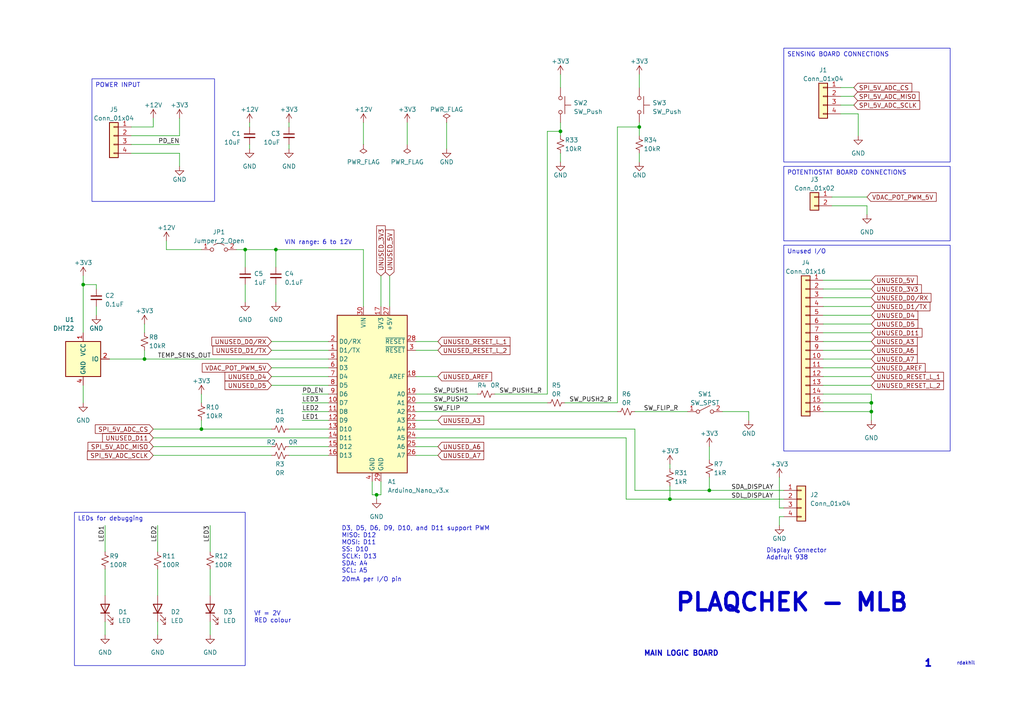
<source format=kicad_sch>
(kicad_sch (version 20230121) (generator eeschema)
  (paper "A4")
  (lib_symbols
    (symbol "Connector_Generic:Conn_01x02" (pin_names (offset 1.016) hide)
      (property "Reference" "J" (at 0 2.54 0))
      (property "Value" "Conn_01x02" (at 0 -5.08 0))
      (symbol "Conn_01x02_1_1"
        (rectangle (start -1.27 -2.413) (end 0 -2.667) (stroke (width 0.1524)))
        (rectangle (start -1.27 0.127) (end 0 -0.127) (stroke (width 0.1524)))
        (rectangle (start -1.27 1.27) (end 1.27 -3.81) (stroke (width 0.254)) (fill (type background)))
        (pin passive line (at -5.08 0 0) (length 3.81) (name "Pin_1") (number "1"))
        (pin passive line (at -5.08 -2.54 0) (length 3.81) (name "Pin_2") (number "2"))
      )
    )
    (symbol "Connector_Generic:Conn_01x04" (pin_names (offset 1.016) hide)
      (property "Reference" "J" (at 0 5.08 0))
      (property "Value" "Conn_01x04" (at 0 -7.62 0))
      (symbol "Conn_01x04_1_1"
        (rectangle (start -1.27 -4.953) (end 0 -5.207) (stroke (width 0.1524)))
        (rectangle (start -1.27 -2.413) (end 0 -2.667) (stroke (width 0.1524)))
        (rectangle (start -1.27 0.127) (end 0 -0.127) (stroke (width 0.1524)))
        (rectangle (start -1.27 2.667) (end 0 2.413) (stroke (width 0.1524)))
        (rectangle (start -1.27 3.81) (end 1.27 -6.35) (stroke (width 0.254)) (fill (type background)))
        (pin passive line (at -5.08 2.54 0) (length 3.81) (name "Pin_1") (number "1"))
        (pin passive line (at -5.08 0 0) (length 3.81) (name "Pin_2") (number "2"))
        (pin passive line (at -5.08 -2.54 0) (length 3.81) (name "Pin_3") (number "3"))
        (pin passive line (at -5.08 -5.08 0) (length 3.81) (name "Pin_4") (number "4"))
      )
    )
    (symbol "Connector_Generic:Conn_01x16" (pin_names (offset 1.016) hide)
      (property "Reference" "J" (at 0 20.32 0))
      (property "Value" "Conn_01x16" (at 0 -22.86 0))
      (symbol "Conn_01x16_1_1"
        (rectangle (start -1.27 -20.193) (end 0 -20.447) (stroke (width 0.1524)))
        (rectangle (start -1.27 -17.653) (end 0 -17.907) (stroke (width 0.1524)))
        (rectangle (start -1.27 -15.113) (end 0 -15.367) (stroke (width 0.1524)))
        (rectangle (start -1.27 -12.573) (end 0 -12.827) (stroke (width 0.1524)))
        (rectangle (start -1.27 -10.033) (end 0 -10.287) (stroke (width 0.1524)))
        (rectangle (start -1.27 -7.493) (end 0 -7.747) (stroke (width 0.1524)))
        (rectangle (start -1.27 -4.953) (end 0 -5.207) (stroke (width 0.1524)))
        (rectangle (start -1.27 -2.413) (end 0 -2.667) (stroke (width 0.1524)))
        (rectangle (start -1.27 0.127) (end 0 -0.127) (stroke (width 0.1524)))
        (rectangle (start -1.27 2.667) (end 0 2.413) (stroke (width 0.1524)))
        (rectangle (start -1.27 5.207) (end 0 4.953) (stroke (width 0.1524)))
        (rectangle (start -1.27 7.747) (end 0 7.493) (stroke (width 0.1524)))
        (rectangle (start -1.27 10.287) (end 0 10.033) (stroke (width 0.1524)))
        (rectangle (start -1.27 12.827) (end 0 12.573) (stroke (width 0.1524)))
        (rectangle (start -1.27 15.367) (end 0 15.113) (stroke (width 0.1524)))
        (rectangle (start -1.27 17.907) (end 0 17.653) (stroke (width 0.1524)))
        (rectangle (start -1.27 19.05) (end 1.27 -21.59) (stroke (width 0.254)) (fill (type background)))
        (pin passive line (at -5.08 17.78 0) (length 3.81) (name "Pin_1") (number "1"))
        (pin passive line (at -5.08 -5.08 0) (length 3.81) (name "Pin_10") (number "10"))
        (pin passive line (at -5.08 -7.62 0) (length 3.81) (name "Pin_11") (number "11"))
        (pin passive line (at -5.08 -10.16 0) (length 3.81) (name "Pin_12") (number "12"))
        (pin passive line (at -5.08 -12.7 0) (length 3.81) (name "Pin_13") (number "13"))
        (pin passive line (at -5.08 -15.24 0) (length 3.81) (name "Pin_14") (number "14"))
        (pin passive line (at -5.08 -17.78 0) (length 3.81) (name "Pin_15") (number "15"))
        (pin passive line (at -5.08 -20.32 0) (length 3.81) (name "Pin_16") (number "16"))
        (pin passive line (at -5.08 15.24 0) (length 3.81) (name "Pin_2") (number "2"))
        (pin passive line (at -5.08 12.7 0) (length 3.81) (name "Pin_3") (number "3"))
        (pin passive line (at -5.08 10.16 0) (length 3.81) (name "Pin_4") (number "4"))
        (pin passive line (at -5.08 7.62 0) (length 3.81) (name "Pin_5") (number "5"))
        (pin passive line (at -5.08 5.08 0) (length 3.81) (name "Pin_6") (number "6"))
        (pin passive line (at -5.08 2.54 0) (length 3.81) (name "Pin_7") (number "7"))
        (pin passive line (at -5.08 0 0) (length 3.81) (name "Pin_8") (number "8"))
        (pin passive line (at -5.08 -2.54 0) (length 3.81) (name "Pin_9") (number "9"))
      )
    )
    (symbol "Device:C_Small" (pin_numbers hide) (pin_names (offset 0.254) hide)
      (property "Reference" "C" (at 0.254 1.778 0))
      (property "Value" "C_Small" (at 0.254 -2.032 0))
      (symbol "C_Small_0_1"
        (polyline (pts (xy -1.524 -0.508) (xy 1.524 -0.508)) (stroke (width 0.3302)))
        (polyline (pts (xy -1.524 0.508) (xy 1.524 0.508)) (stroke (width 0.3048)))
      )
      (symbol "C_Small_1_1"
        (pin passive line (at 0 2.54 270) (length 2.032) (name "~") (number "1"))
        (pin passive line (at 0 -2.54 90) (length 2.032) (name "~") (number "2"))
      )
    )
    (symbol "Device:LED" (pin_numbers hide) (pin_names (offset 1.016) hide)
      (property "Reference" "D" (at 0 2.54 0))
      (property "Value" "LED" (at 0 -2.54 0))
      (symbol "LED_0_1"
        (polyline (pts (xy -1.27 -1.27) (xy -1.27 1.27)) (stroke (width 0.254)))
        (polyline (pts (xy -1.27 0) (xy 1.27 0)))
        (polyline (pts (xy 1.27 -1.27) (xy 1.27 1.27) (xy -1.27 0) (xy 1.27 -1.27)) (stroke (width 0.254)))
        (polyline (pts (xy -3.048 -0.762) (xy -4.572 -2.286) (xy -3.81 -2.286) (xy -4.572 -2.286) (xy -4.572 -1.524)))
        (polyline (pts (xy -1.778 -0.762) (xy -3.302 -2.286) (xy -2.54 -2.286) (xy -3.302 -2.286) (xy -3.302 -1.524)))
      )
      (symbol "LED_1_1"
        (pin passive line (at -3.81 0 0) (length 2.54) (name "K") (number "1"))
        (pin passive line (at 3.81 0 180) (length 2.54) (name "A") (number "2"))
      )
    )
    (symbol "Device:R_Small_US" (pin_numbers hide) (pin_names (offset 0.254) hide)
      (property "Reference" "R" (at 0.762 0.508 0))
      (property "Value" "R_Small_US" (at 0.762 -1.016 0))
      (symbol "R_Small_US_1_1"
        (polyline (pts (xy 0 0) (xy 1.016 -0.381) (xy 0 -0.762) (xy -1.016 -1.143) (xy 0 -1.524)))
        (polyline (pts (xy 0 1.524) (xy 1.016 1.143) (xy 0 0.762) (xy -1.016 0.381) (xy 0 0)))
        (pin passive line (at 0 2.54 270) (length 1.016) (name "~") (number "1"))
        (pin passive line (at 0 -2.54 90) (length 1.016) (name "~") (number "2"))
      )
    )
    (symbol "Jumper:Jumper_2_Open" (pin_names (offset 0) hide)
      (property "Reference" "JP" (at 0 2.794 0))
      (property "Value" "Jumper_2_Open" (at 0 -2.286 0))
      (symbol "Jumper_2_Open_0_0"
        (circle (center -2.032 0) (radius 0.508))
        (circle (center 2.032 0) (radius 0.508))
      )
      (symbol "Jumper_2_Open_0_1"
        (arc (start 1.524 1.27) (mid 0 1.778) (end -1.524 1.27))
      )
      (symbol "Jumper_2_Open_1_1"
        (pin passive line (at -5.08 0 0) (length 2.54) (name "A") (number "1"))
        (pin passive line (at 5.08 0 180) (length 2.54) (name "B") (number "2"))
      )
    )
    (symbol "MCU_Module:Arduino_Nano_v3.x"
      (property "Reference" "A" (at -10.16 23.495 0))
      (property "Value" "Arduino_Nano_v3.x" (at 5.08 -24.13 0))
      (symbol "Arduino_Nano_v3.x_0_1"
        (rectangle (start -10.16 22.86) (end 10.16 -22.86) (stroke (width 0.254)) (fill (type background)))
      )
      (symbol "Arduino_Nano_v3.x_1_1"
        (pin bidirectional line (at -12.7 12.7 0) (length 2.54) (name "D1/TX") (number "1"))
        (pin bidirectional line (at -12.7 -2.54 0) (length 2.54) (name "D7") (number "10"))
        (pin bidirectional line (at -12.7 -5.08 0) (length 2.54) (name "D8") (number "11"))
        (pin bidirectional line (at -12.7 -7.62 0) (length 2.54) (name "D9") (number "12"))
        (pin bidirectional line (at -12.7 -10.16 0) (length 2.54) (name "D10") (number "13"))
        (pin bidirectional line (at -12.7 -12.7 0) (length 2.54) (name "D11") (number "14"))
        (pin bidirectional line (at -12.7 -15.24 0) (length 2.54) (name "D12") (number "15"))
        (pin bidirectional line (at -12.7 -17.78 0) (length 2.54) (name "D13") (number "16"))
        (pin power_out line (at 2.54 25.4 270) (length 2.54) (name "3V3") (number "17"))
        (pin input line (at 12.7 5.08 180) (length 2.54) (name "AREF") (number "18"))
        (pin bidirectional line (at 12.7 0 180) (length 2.54) (name "A0") (number "19"))
        (pin bidirectional line (at -12.7 15.24 0) (length 2.54) (name "D0/RX") (number "2"))
        (pin bidirectional line (at 12.7 -2.54 180) (length 2.54) (name "A1") (number "20"))
        (pin bidirectional line (at 12.7 -5.08 180) (length 2.54) (name "A2") (number "21"))
        (pin bidirectional line (at 12.7 -7.62 180) (length 2.54) (name "A3") (number "22"))
        (pin bidirectional line (at 12.7 -10.16 180) (length 2.54) (name "A4") (number "23"))
        (pin bidirectional line (at 12.7 -12.7 180) (length 2.54) (name "A5") (number "24"))
        (pin bidirectional line (at 12.7 -15.24 180) (length 2.54) (name "A6") (number "25"))
        (pin bidirectional line (at 12.7 -17.78 180) (length 2.54) (name "A7") (number "26"))
        (pin power_out line (at 5.08 25.4 270) (length 2.54) (name "+5V") (number "27"))
        (pin input line (at 12.7 15.24 180) (length 2.54) (name "~{RESET}") (number "28"))
        (pin power_in line (at 2.54 -25.4 90) (length 2.54) (name "GND") (number "29"))
        (pin input line (at 12.7 12.7 180) (length 2.54) (name "~{RESET}") (number "3"))
        (pin power_in line (at -2.54 25.4 270) (length 2.54) (name "VIN") (number "30"))
        (pin power_in line (at 0 -25.4 90) (length 2.54) (name "GND") (number "4"))
        (pin bidirectional line (at -12.7 10.16 0) (length 2.54) (name "D2") (number "5"))
        (pin bidirectional line (at -12.7 7.62 0) (length 2.54) (name "D3") (number "6"))
        (pin bidirectional line (at -12.7 5.08 0) (length 2.54) (name "D4") (number "7"))
        (pin bidirectional line (at -12.7 2.54 0) (length 2.54) (name "D5") (number "8"))
        (pin bidirectional line (at -12.7 0 0) (length 2.54) (name "D6") (number "9"))
      )
    )
    (symbol "Sensor:DHT11"
      (property "Reference" "U" (at -3.81 6.35 0))
      (property "Value" "DHT11" (at 3.81 6.35 0))
      (symbol "DHT11_0_1"
        (rectangle (start -5.08 5.08) (end 5.08 -5.08) (stroke (width 0.254)) (fill (type background)))
      )
      (symbol "DHT11_1_1"
        (pin power_in line (at 0 7.62 270) (length 2.54) (name "VCC") (number "1"))
        (pin bidirectional line (at 7.62 0 180) (length 2.54) (name "IO") (number "2"))
        (pin no_connect line (at -5.08 0 0) (length 2.54) hide (name "NC") (number "3"))
        (pin power_in line (at 0 -7.62 90) (length 2.54) (name "GND") (number "4"))
      )
    )
    (symbol "Switch:SW_Push" (pin_numbers hide) (pin_names (offset 1.016) hide)
      (property "Reference" "SW" (at 1.27 2.54 0))
      (property "Value" "SW_Push" (at 0 -1.524 0))
      (symbol "SW_Push_0_1"
        (circle (center -2.032 0) (radius 0.508))
        (polyline (pts (xy 0 1.27) (xy 0 3.048)))
        (polyline (pts (xy 2.54 1.27) (xy -2.54 1.27)))
        (circle (center 2.032 0) (radius 0.508))
        (pin passive line (at -5.08 0 0) (length 2.54) (name "1") (number "1"))
        (pin passive line (at 5.08 0 180) (length 2.54) (name "2") (number "2"))
      )
    )
    (symbol "Switch:SW_SPST" (pin_names (offset 0) hide)
      (property "Reference" "SW" (at 0 3.175 0))
      (property "Value" "SW_SPST" (at 0 -2.54 0))
      (symbol "SW_SPST_0_0"
        (circle (center -2.032 0) (radius 0.508))
        (polyline (pts (xy -1.524 0.254) (xy 1.524 1.778)))
        (circle (center 2.032 0) (radius 0.508))
      )
      (symbol "SW_SPST_1_1"
        (pin passive line (at -5.08 0 0) (length 2.54) (name "A") (number "1"))
        (pin passive line (at 5.08 0 180) (length 2.54) (name "B") (number "2"))
      )
    )
    (symbol "power:+12V" (power) (pin_names (offset 0))
      (property "Value" "+12V" (at 0 3.556 0))
      (symbol "+12V_0_1"
        (polyline (pts (xy -0.762 1.27) (xy 0 2.54)))
        (polyline (pts (xy 0 0) (xy 0 2.54)))
        (polyline (pts (xy 0 2.54) (xy 0.762 1.27)))
      )
      (symbol "+12V_1_1"
        (pin power_in line (at 0 0 90) (length 0) hide (name "+12V") (number "1"))
      )
    )
    (symbol "power:+3V3" (power) (pin_names (offset 0))
      (property "Value" "+3V3" (at 0 3.556 0))
      (symbol "+3V3_0_1"
        (polyline (pts (xy -0.762 1.27) (xy 0 2.54)))
        (polyline (pts (xy 0 0) (xy 0 2.54)))
        (polyline (pts (xy 0 2.54) (xy 0.762 1.27)))
      )
      (symbol "+3V3_1_1"
        (pin power_in line (at 0 0 90) (length 0) hide (name "+3V3") (number "1"))
      )
    )
    (symbol "power:GND" (power) (pin_names (offset 0))
      (property "Value" "GND" (at 0 -3.81 0))
      (symbol "GND_0_1"
        (polyline (pts (xy 0 0) (xy 0 -1.27) (xy 1.27 -1.27) (xy 0 -2.54) (xy -1.27 -1.27) (xy 0 -1.27)))
      )
      (symbol "GND_1_1"
        (pin power_in line (at 0 0 270) (length 0) hide (name "GND") (number "1"))
      )
    )
    (symbol "power:PWR_FLAG" (power) (pin_numbers hide) (pin_names (offset 0) hide)
      (property "Value" "PWR_FLAG" (at 0 3.81 0))
      (symbol "PWR_FLAG_0_0"
        (pin power_out line (at 0 0 90) (length 0) (name "pwr") (number "1"))
      )
      (symbol "PWR_FLAG_0_1"
        (polyline (pts (xy 0 0) (xy 0 1.27) (xy -1.016 1.905) (xy 0 2.54) (xy 1.016 1.905) (xy 0 1.27)))
      )
    )
  )
  (junction (at 185.42 36.83))
  (junction (at 205.74 142.24))
  (junction (at 41.91 104.14))
  (junction (at 194.31 144.78))
  (junction (at 252.73 119.38))
  (junction (at 109.22 143.51))
  (junction (at 252.73 116.84))
  (junction (at 162.56 38.1))
  (junction (at 24.13 82.55))
  (junction (at 71.12 72.39))
  (junction (at 58.42 124.46))
  (junction (at 80.01 72.39))
  (wire (pts (xy 60.96 180.34) (xy 60.96 184.15)))
  (wire (pts (xy 30.48 152.4) (xy 30.48 160.02)))
  (wire (pts (xy 45.72 165.1) (xy 45.72 172.72)))
  (wire (pts (xy 158.75 38.1) (xy 158.75 114.3)))
  (wire (pts (xy 38.1 36.83) (xy 44.45 36.83)))
  (wire (pts (xy 241.3 59.69) (xy 251.46 59.69)))
  (wire (pts (xy 87.63 116.84) (xy 95.25 116.84)))
  (wire (pts (xy 243.84 25.4) (xy 247.65 25.4)))
  (wire (pts (xy 52.07 44.45) (xy 52.07 48.26)))
  (wire (pts (xy 238.76 101.6) (xy 252.73 101.6)))
  (wire (pts (xy 238.76 86.36) (xy 252.73 86.36)))
  (wire (pts (xy 105.41 72.39) (xy 105.41 88.9)))
  (wire (pts (xy 83.82 124.46) (xy 95.25 124.46)))
  (wire (pts (xy 58.42 121.92) (xy 58.42 124.46)))
  (wire (pts (xy 217.17 119.38) (xy 217.17 121.92)))
  (wire (pts (xy 45.72 152.4) (xy 45.72 160.02)))
  (wire (pts (xy 238.76 83.82) (xy 252.73 83.82)))
  (wire (pts (xy 238.76 116.84) (xy 252.73 116.84)))
  (wire (pts (xy 52.07 34.29) (xy 52.07 39.37)))
  (wire (pts (xy 87.63 114.3) (xy 95.25 114.3)))
  (wire (pts (xy 194.31 134.62) (xy 194.31 135.89)))
  (wire (pts (xy 38.1 41.91) (xy 52.07 41.91)))
  (wire (pts (xy 107.95 143.51) (xy 109.22 143.51)))
  (wire (pts (xy 248.92 33.02) (xy 248.92 39.37)))
  (wire (pts (xy 83.82 35.56) (xy 83.82 36.83)))
  (wire (pts (xy 185.42 35.56) (xy 185.42 36.83)))
  (wire (pts (xy 209.55 119.38) (xy 217.17 119.38)))
  (wire (pts (xy 27.94 83.82) (xy 27.94 82.55)))
  (wire (pts (xy 238.76 88.9) (xy 252.73 88.9)))
  (wire (pts (xy 71.12 72.39) (xy 80.01 72.39)))
  (wire (pts (xy 194.31 140.97) (xy 194.31 144.78)))
  (wire (pts (xy 24.13 82.55) (xy 24.13 96.52)))
  (wire (pts (xy 238.76 81.28) (xy 252.73 81.28)))
  (wire (pts (xy 107.95 139.7) (xy 107.95 143.51)))
  (wire (pts (xy 226.06 149.86) (xy 226.06 152.4)))
  (wire (pts (xy 44.45 124.46) (xy 58.42 124.46)))
  (wire (pts (xy 205.74 129.54) (xy 205.74 133.35)))
  (wire (pts (xy 80.01 72.39) (xy 80.01 77.47)))
  (wire (pts (xy 24.13 80.01) (xy 24.13 82.55)))
  (wire (pts (xy 205.74 142.24) (xy 227.33 142.24)))
  (wire (pts (xy 87.63 119.38) (xy 95.25 119.38)))
  (wire (pts (xy 83.82 132.08) (xy 95.25 132.08)))
  (wire (pts (xy 252.73 114.3) (xy 252.73 116.84)))
  (wire (pts (xy 72.39 41.91) (xy 72.39 43.18)))
  (wire (pts (xy 38.1 44.45) (xy 52.07 44.45)))
  (wire (pts (xy 205.74 138.43) (xy 205.74 142.24)))
  (wire (pts (xy 109.22 143.51) (xy 110.49 143.51)))
  (wire (pts (xy 60.96 152.4) (xy 60.96 160.02)))
  (wire (pts (xy 185.42 21.59) (xy 185.42 25.4)))
  (wire (pts (xy 227.33 149.86) (xy 226.06 149.86)))
  (wire (pts (xy 227.33 147.32) (xy 226.06 147.32)))
  (wire (pts (xy 41.91 104.14) (xy 31.75 104.14)))
  (wire (pts (xy 105.41 35.56) (xy 105.41 41.91)))
  (wire (pts (xy 58.42 124.46) (xy 78.74 124.46)))
  (wire (pts (xy 52.07 39.37) (xy 38.1 39.37)))
  (wire (pts (xy 185.42 36.83) (xy 185.42 39.37)))
  (wire (pts (xy 83.82 41.91) (xy 83.82 43.18)))
  (wire (pts (xy 120.65 127) (xy 181.61 127)))
  (wire (pts (xy 41.91 93.98) (xy 41.91 96.52)))
  (wire (pts (xy 184.15 142.24) (xy 184.15 124.46)))
  (wire (pts (xy 24.13 111.76) (xy 24.13 116.84)))
  (wire (pts (xy 181.61 144.78) (xy 194.31 144.78)))
  (wire (pts (xy 184.15 142.24) (xy 205.74 142.24)))
  (wire (pts (xy 185.42 44.45) (xy 185.42 46.99)))
  (wire (pts (xy 184.15 119.38) (xy 199.39 119.38)))
  (wire (pts (xy 252.73 116.84) (xy 252.73 119.38)))
  (wire (pts (xy 120.65 101.6) (xy 127 101.6)))
  (wire (pts (xy 44.45 132.08) (xy 78.74 132.08)))
  (wire (pts (xy 185.42 36.83) (xy 179.07 36.83)))
  (wire (pts (xy 71.12 72.39) (xy 71.12 77.47)))
  (wire (pts (xy 83.82 129.54) (xy 95.25 129.54)))
  (wire (pts (xy 87.63 121.92) (xy 95.25 121.92)))
  (wire (pts (xy 163.83 116.84) (xy 179.07 116.84)))
  (wire (pts (xy 238.76 93.98) (xy 252.73 93.98)))
  (wire (pts (xy 68.58 72.39) (xy 71.12 72.39)))
  (wire (pts (xy 71.12 82.55) (xy 71.12 87.63)))
  (wire (pts (xy 118.11 35.56) (xy 118.11 41.91)))
  (wire (pts (xy 109.22 144.78) (xy 109.22 143.51)))
  (wire (pts (xy 120.65 116.84) (xy 158.75 116.84)))
  (wire (pts (xy 120.65 99.06) (xy 127 99.06)))
  (wire (pts (xy 30.48 165.1) (xy 30.48 172.72)))
  (wire (pts (xy 252.73 119.38) (xy 252.73 121.92)))
  (wire (pts (xy 194.31 144.78) (xy 227.33 144.78)))
  (wire (pts (xy 238.76 104.14) (xy 252.73 104.14)))
  (wire (pts (xy 238.76 106.68) (xy 252.73 106.68)))
  (wire (pts (xy 27.94 88.9) (xy 27.94 91.44)))
  (wire (pts (xy 238.76 99.06) (xy 252.73 99.06)))
  (wire (pts (xy 30.48 180.34) (xy 30.48 184.15)))
  (wire (pts (xy 110.49 80.01) (xy 110.49 88.9)))
  (wire (pts (xy 120.65 121.92) (xy 127 121.92)))
  (wire (pts (xy 113.03 80.01) (xy 113.03 88.9)))
  (wire (pts (xy 44.45 129.54) (xy 78.74 129.54)))
  (wire (pts (xy 78.74 109.22) (xy 95.25 109.22)))
  (wire (pts (xy 179.07 36.83) (xy 179.07 116.84)))
  (wire (pts (xy 72.39 35.56) (xy 72.39 36.83)))
  (wire (pts (xy 80.01 82.55) (xy 80.01 87.63)))
  (wire (pts (xy 78.74 111.76) (xy 95.25 111.76)))
  (wire (pts (xy 162.56 38.1) (xy 162.56 39.37)))
  (wire (pts (xy 41.91 101.6) (xy 41.91 104.14)))
  (wire (pts (xy 162.56 21.59) (xy 162.56 25.4)))
  (wire (pts (xy 44.45 127) (xy 95.25 127)))
  (wire (pts (xy 238.76 119.38) (xy 252.73 119.38)))
  (wire (pts (xy 238.76 114.3) (xy 252.73 114.3)))
  (wire (pts (xy 238.76 111.76) (xy 252.73 111.76)))
  (wire (pts (xy 24.13 82.55) (xy 27.94 82.55)))
  (wire (pts (xy 181.61 144.78) (xy 181.61 127)))
  (wire (pts (xy 78.74 101.6) (xy 95.25 101.6)))
  (wire (pts (xy 158.75 38.1) (xy 162.56 38.1)))
  (wire (pts (xy 78.74 99.06) (xy 95.25 99.06)))
  (wire (pts (xy 129.54 35.56) (xy 129.54 43.18)))
  (wire (pts (xy 243.84 33.02) (xy 248.92 33.02)))
  (wire (pts (xy 48.26 69.85) (xy 48.26 72.39)))
  (wire (pts (xy 226.06 138.43) (xy 226.06 147.32)))
  (wire (pts (xy 238.76 109.22) (xy 252.73 109.22)))
  (wire (pts (xy 80.01 72.39) (xy 105.41 72.39)))
  (wire (pts (xy 143.51 114.3) (xy 158.75 114.3)))
  (wire (pts (xy 162.56 35.56) (xy 162.56 38.1)))
  (wire (pts (xy 251.46 59.69) (xy 251.46 62.23)))
  (wire (pts (xy 243.84 27.94) (xy 247.65 27.94)))
  (wire (pts (xy 45.72 180.34) (xy 45.72 184.15)))
  (wire (pts (xy 241.3 57.15) (xy 251.46 57.15)))
  (wire (pts (xy 120.65 129.54) (xy 127 129.54)))
  (wire (pts (xy 58.42 114.3) (xy 58.42 116.84)))
  (wire (pts (xy 120.65 109.22) (xy 127 109.22)))
  (wire (pts (xy 243.84 30.48) (xy 247.65 30.48)))
  (wire (pts (xy 238.76 91.44) (xy 252.73 91.44)))
  (wire (pts (xy 58.42 72.39) (xy 48.26 72.39)))
  (wire (pts (xy 110.49 139.7) (xy 110.49 143.51)))
  (wire (pts (xy 162.56 44.45) (xy 162.56 46.99)))
  (wire (pts (xy 238.76 96.52) (xy 252.73 96.52)))
  (wire (pts (xy 120.65 114.3) (xy 138.43 114.3)))
  (wire (pts (xy 95.25 104.14) (xy 41.91 104.14)))
  (wire (pts (xy 179.07 119.38) (xy 120.65 119.38)))
  (wire (pts (xy 78.74 106.68) (xy 95.25 106.68)))
  (wire (pts (xy 120.65 124.46) (xy 184.15 124.46)))
  (wire (pts (xy 120.65 132.08) (xy 127 132.08)))
  (wire (pts (xy 60.96 165.1) (xy 60.96 172.72)))
  (wire (pts (xy 44.45 34.29) (xy 44.45 36.83)))
  (text_box "Unused I/O\n" (at 227.33 71.12 0) (size 48.26 59.69) (effects (font (size 1.27 1.27)) (justify left top)))
  (text_box "POWER INPUT\n" (at 26.67 22.86 0) (size 35.56 35.56) (effects (font (size 1.27 1.27)) (justify left top)))
  (text_box "POTENTIOSTAT BOARD CONNECTIONS\n" (at 227.33 48.26 0) (size 48.26 21.59) (effects (font (size 1.27 1.27)) (justify left top)))
  (text_box "LEDs for debugging" (at 21.59 148.59 0) (size 49.53 44.45) (effects (font (size 1.27 1.27)) (justify left top)))
  (text_box "SENSING BOARD CONNECTIONS\n" (at 227.33 13.97 0) (size 48.26 33.02) (effects (font (size 1.27 1.27)) (justify left top)))
  (text "1" (at 267.97 193.675 0) (effects (font (size 2 2) (thickness 1) bold) (justify left bottom)))
  (text "rdakhil" (at 277.495 193.04 0) (effects (font (size 1 1)) (justify left bottom)))
  (text "PLAQCHEK - MLB" (at 195.58 177.8 0) (effects (font (size 5 5) (thickness 1) bold) (justify left bottom)))
  (text "20mA per I/O pin\n" (at 99.06 168.91 0) (effects (font (size 1.27 1.27)) (justify left bottom)))
  (text "MAIN LOGIC BOARD\n" (at 186.69 190.5 0) (effects (font (size 1.5 1.5) (thickness 0.3) bold) (justify left bottom)))
  (text "Display Connector\nAdafruit 938" (at 222.25 162.56 0) (effects (font (size 1.27 1.27)) (justify left bottom)))
  (text "D3, D5, D6, D9, D10, and D11 support PWM\nMISO: D12\nMOSI: D11\nSS: D10\nSCLK: D13\nSDA: A4\nSCL: A5" (at 99.06 166.37 0) (effects (font (size 1.27 1.27)) (justify left bottom)))
  (text "Vf = 2V\nRED colour\n\n" (at 73.66 182.88 0) (effects (font (size 1.27 1.27)) (justify left bottom)))
  (text "VIN range: 6 to 12V" (at 82.55 71.12 0) (effects (font (size 1.27 1.27)) (justify left bottom)))
  (label "PD_EN" (at 52.07 41.91 180))
  (label "SDL_DISPLAY" (at 212.09 144.78 0))
  (label "TEMP_SENS_OUT" (at 45.72 104.14 0))
  (label "SW_PUSH1_R" (at 144.78 114.3 0))
  (label "SDA_DISPLAY" (at 212.09 142.24 0))
  (label "SW_PUSH2_R" (at 165.1 116.84 0))
  (label "SW_PUSH1" (at 135.89 114.3 180))
  (label "LED2" (at 87.63 119.38 0))
  (label "LED3" (at 87.63 116.84 0))
  (label "SW_FLIP_R" (at 186.69 119.38 0))
  (label "LED3" (at 60.96 152.4 270))
  (label "LED2" (at 45.72 152.4 270))
  (label "PD_EN" (at 87.63 114.3 0))
  (label "LED1" (at 87.63 121.92 0))
  (label "SW_PUSH2" (at 125.73 116.84 0))
  (label "SW_FLIP" (at 125.73 119.38 0))
  (label "LED1" (at 30.48 152.4 270))
  (global_label "SPI_5V_ADC_MISO" (shape input) (at 44.45 129.54 180) (property "Intersheetrefs" "${INTERSHEET_REFS}" (effects hide)))
  (global_label "SPI_5V_ADC_MISO" (shape input) (at 247.65 27.94 0) (property "Intersheetrefs" "${INTERSHEET_REFS}" (effects hide)))
  (global_label "UNUSED_3V3" (shape input) (at 252.73 83.82 0) (property "Intersheetrefs" "${INTERSHEET_REFS}" (effects hide)))
  (global_label "VDAC_POT_PWM_5V" (shape input) (at 251.46 57.15 0) (property "Intersheetrefs" "${INTERSHEET_REFS}" (effects hide)))
  (global_label "UNUSED_A3" (shape input) (at 127 121.92 0) (property "Intersheetrefs" "${INTERSHEET_REFS}" (effects hide)))
  (global_label "UNUSED_RESET_L_2" (shape input) (at 127 101.6 0) (property "Intersheetrefs" "${INTERSHEET_REFS}" (effects hide)))
  (global_label "UNUSED_5V" (shape input) (at 113.03 80.01 90) (property "Intersheetrefs" "${INTERSHEET_REFS}" (effects hide)))
  (global_label "UNUSED_A6" (shape input) (at 127 129.54 0) (property "Intersheetrefs" "${INTERSHEET_REFS}" (effects hide)))
  (global_label "UNUSED_D11" (shape input) (at 44.45 127 180) (property "Intersheetrefs" "${INTERSHEET_REFS}" (effects hide)))
  (global_label "VDAC_POT_PWM_5V" (shape input) (at 78.74 106.68 180) (property "Intersheetrefs" "${INTERSHEET_REFS}" (effects hide)))
  (global_label "UNUSED_D5" (shape input) (at 78.74 111.76 180) (property "Intersheetrefs" "${INTERSHEET_REFS}" (effects hide)))
  (global_label "UNUSED_RESET_L_2" (shape input) (at 252.73 111.76 0) (property "Intersheetrefs" "${INTERSHEET_REFS}" (effects hide)))
  (global_label "UNUSED_D4" (shape input) (at 252.73 91.44 0) (property "Intersheetrefs" "${INTERSHEET_REFS}" (effects hide)))
  (global_label "UNUSED_D1{slash}TX" (shape input) (at 252.73 88.9 0) (property "Intersheetrefs" "${INTERSHEET_REFS}" (effects hide)))
  (global_label "UNUSED_D1{slash}TX" (shape input) (at 78.74 101.6 180) (property "Intersheetrefs" "${INTERSHEET_REFS}" (effects hide)))
  (global_label "UNUSED_RESET_L_1" (shape input) (at 127 99.06 0) (property "Intersheetrefs" "${INTERSHEET_REFS}" (effects hide)))
  (global_label "UNUSED_A7" (shape input) (at 252.73 104.14 0) (property "Intersheetrefs" "${INTERSHEET_REFS}" (effects hide)))
  (global_label "UNUSED_5V" (shape input) (at 252.73 81.28 0) (property "Intersheetrefs" "${INTERSHEET_REFS}" (effects hide)))
  (global_label "UNUSED_RESET_L_1" (shape input) (at 252.73 109.22 0) (property "Intersheetrefs" "${INTERSHEET_REFS}" (effects hide)))
  (global_label "UNUSED_AREF" (shape input) (at 252.73 106.68 0) (property "Intersheetrefs" "${INTERSHEET_REFS}" (effects hide)))
  (global_label "UNUSED_D11" (shape input) (at 252.73 96.52 0) (property "Intersheetrefs" "${INTERSHEET_REFS}" (effects hide)))
  (global_label "SPI_5V_ADC_SCLK" (shape input) (at 247.65 30.48 0) (property "Intersheetrefs" "${INTERSHEET_REFS}" (effects hide)))
  (global_label "UNUSED_A6" (shape input) (at 252.73 101.6 0) (property "Intersheetrefs" "${INTERSHEET_REFS}" (effects hide)))
  (global_label "UNUSED_D0{slash}RX" (shape input) (at 252.73 86.36 0) (property "Intersheetrefs" "${INTERSHEET_REFS}" (effects hide)))
  (global_label "UNUSED_3V3" (shape input) (at 110.49 80.01 90) (property "Intersheetrefs" "${INTERSHEET_REFS}" (effects hide)))
  (global_label "UNUSED_A7" (shape input) (at 127 132.08 0) (property "Intersheetrefs" "${INTERSHEET_REFS}" (effects hide)))
  (global_label "UNUSED_A3" (shape input) (at 252.73 99.06 0) (property "Intersheetrefs" "${INTERSHEET_REFS}" (effects hide)))
  (global_label "UNUSED_AREF" (shape input) (at 127 109.22 0) (property "Intersheetrefs" "${INTERSHEET_REFS}" (effects hide)))
  (global_label "UNUSED_D5" (shape input) (at 252.73 93.98 0) (property "Intersheetrefs" "${INTERSHEET_REFS}" (effects hide)))
  (global_label "SPI_5V_ADC_CS" (shape input) (at 247.65 25.4 0) (property "Intersheetrefs" "${INTERSHEET_REFS}" (effects hide)))
  (global_label "SPI_5V_ADC_SCLK" (shape input) (at 44.45 132.08 180) (property "Intersheetrefs" "${INTERSHEET_REFS}" (effects hide)))
  (global_label "UNUSED_D4" (shape input) (at 78.74 109.22 180) (property "Intersheetrefs" "${INTERSHEET_REFS}" (effects hide)))
  (global_label "SPI_5V_ADC_CS" (shape input) (at 44.45 124.46 180) (property "Intersheetrefs" "${INTERSHEET_REFS}" (effects hide)))
  (global_label "UNUSED_D0{slash}RX" (shape input) (at 78.74 99.06 180) (property "Intersheetrefs" "${INTERSHEET_REFS}" (effects hide)))
  (symbol (lib_id "Device:C_Small") (at 83.82 39.37 0) (mirror y) (unit 1)
    (property "Reference" "C3" (at 81.28 38.7413 0) (effects (justify left)))
    (property "Value" "10uF" (at 81.28 41.2813 0) (effects (justify left)))
    (property "Footprint" "Capacitor_SMD:C_0603_1608Metric_Pad1.08x0.95mm_HandSolder" (effects hide))
  )
  (symbol (lib_id "Jumper:Jumper_2_Open") (at 63.5 72.39 0) (unit 1)
    (property "Reference" "JP1" (at 63.5 67.31 0))
    (property "Value" "Jumper_2_Open" (at 63.5 69.85 0))
    (property "Footprint" "Connector_PinHeader_2.54mm:PinHeader_1x02_P2.54mm_Vertical" (effects hide))
  )
  (symbol (lib_id "power:+3V3") (at 24.13 80.01 0) (unit 1)
    (property "Reference" "#PWR021" (effects hide))
    (property "Value" "+3V3" (at 24.13 76.2 0))
  )
  (symbol (lib_id "Connector_Generic:Conn_01x04") (at 232.41 144.78 0) (unit 1)
    (property "Reference" "J2" (at 234.95 143.51 0) (effects (justify left)))
    (property "Value" "Conn_01x04" (at 234.95 146.05 0) (effects (justify left)))
    (property "Footprint" "Connector_PinHeader_2.54mm:PinHeader_1x04_P2.54mm_Vertical" (effects hide))
  )
  (symbol (lib_id "power:+3V3") (at 118.11 35.56 0) (unit 1)
    (property "Reference" "#PWR026" (effects hide))
    (property "Value" "+3V3" (at 118.11 31.75 0))
  )
  (symbol (lib_id "power:+3V3") (at 194.31 134.62 0) (unit 1)
    (property "Reference" "#PWR011" (effects hide))
    (property "Value" "+3V3" (at 194.31 130.81 0))
  )
  (symbol (lib_id "Switch:SW_Push") (at 162.56 30.48 270) (unit 1)
    (property "Reference" "SW2" (at 166.37 29.845 90) (effects (justify left)))
    (property "Value" "SW_Push" (at 166.37 32.385 90) (effects (justify left)))
    (property "Footprint" "Button_Switch_THT:SW_PUSH_6mm_H13mm" (effects hide))
  )
  (symbol (lib_id "power:+3V3") (at 162.56 21.59 0) (unit 1)
    (property "Reference" "#PWR09" (effects hide))
    (property "Value" "+3V3" (at 162.56 17.78 0))
  )
  (symbol (lib_id "Device:R_Small_US") (at 45.72 162.56 180) (unit 1)
    (property "Reference" "R11" (at 46.99 161.29 0) (effects (justify right)))
    (property "Value" "100R" (at 46.99 163.83 0) (effects (justify right)))
    (property "Footprint" "Resistor_SMD:R_0201_0603Metric_Pad0.64x0.40mm_HandSolder" (effects hide))
  )
  (symbol (lib_id "Device:R_Small_US") (at 194.31 138.43 180) (unit 1)
    (property "Reference" "R31" (at 195.58 137.16 0) (effects (justify right)))
    (property "Value" "1kR" (at 195.58 139.7 0) (effects (justify right)))
    (property "Footprint" "Resistor_SMD:R_0201_0603Metric_Pad0.64x0.40mm_HandSolder" (effects hide))
  )
  (symbol (lib_id "power:GND") (at 252.73 121.92 0) (unit 1)
    (property "Reference" "#PWR04" (effects hide))
    (property "Value" "GND" (at 252.73 127 0))
  )
  (symbol (lib_id "Device:C_Small") (at 72.39 39.37 0) (mirror y) (unit 1)
    (property "Reference" "C1" (at 69.85 38.7413 0) (effects (justify left)))
    (property "Value" "10uF" (at 69.85 41.2813 0) (effects (justify left)))
    (property "Footprint" "Capacitor_SMD:C_0603_1608Metric_Pad1.08x0.95mm_HandSolder" (effects hide))
  )
  (symbol (lib_id "Device:LED") (at 60.96 176.53 90) (unit 1)
    (property "Reference" "D3" (at 64.77 177.4825 90) (effects (justify right)))
    (property "Value" "LED" (at 64.77 180.0225 90) (effects (justify right)))
    (property "Footprint" "LED_SMD:LED_0805_2012Metric_Pad1.15x1.40mm_HandSolder" (effects hide))
  )
  (symbol (lib_id "Device:R_Small_US") (at 41.91 99.06 180) (unit 1)
    (property "Reference" "R8" (at 43.18 97.79 0) (effects (justify right)))
    (property "Value" "10kR" (at 43.18 100.33 0) (effects (justify right)))
    (property "Footprint" "Resistor_SMD:R_0201_0603Metric_Pad0.64x0.40mm_HandSolder" (effects hide))
  )
  (symbol (lib_id "power:GND") (at 72.39 43.18 0) (mirror y) (unit 1)
    (property "Reference" "#PWR017" (effects hide))
    (property "Value" "GND" (at 72.39 48.26 0))
  )
  (symbol (lib_id "Switch:SW_SPST") (at 204.47 119.38 0) (unit 1)
    (property "Reference" "SW1" (at 204.47 114.3 0))
    (property "Value" "SW_SPST" (at 204.47 116.84 0))
    (property "Footprint" "Button_Switch_THT:SW_PUSH_6mm_H13mm" (effects hide))
  )
  (symbol (lib_id "power:GND") (at 60.96 184.15 0) (unit 1)
    (property "Reference" "#PWR030" (effects hide))
    (property "Value" "GND" (at 60.96 189.23 0))
  )
  (symbol (lib_id "power:+3V3") (at 52.07 34.29 0) (unit 1)
    (property "Reference" "#PWR015" (effects hide))
    (property "Value" "+3V3" (at 52.07 30.48 0))
  )
  (symbol (lib_id "power:+3V3") (at 185.42 21.59 0) (unit 1)
    (property "Reference" "#PWR010" (effects hide))
    (property "Value" "+3V3" (at 185.42 17.78 0))
  )
  (symbol (lib_id "power:GND") (at 248.92 39.37 0) (unit 1)
    (property "Reference" "#PWR01" (effects hide))
    (property "Value" "GND" (at 248.92 44.45 0))
  )
  (symbol (lib_id "Device:R_Small_US") (at 58.42 119.38 180) (unit 1)
    (property "Reference" "R10" (at 59.69 118.11 0) (effects (justify right)))
    (property "Value" "10kR" (at 59.69 120.65 0) (effects (justify right)))
    (property "Footprint" "Resistor_SMD:R_0201_0603Metric_Pad0.64x0.40mm_HandSolder" (effects hide))
  )
  (symbol (lib_id "power:GND") (at 185.42 46.99 0) (unit 1)
    (property "Reference" "#PWR072" (effects hide))
    (property "Value" "GND" (at 185.42 50.8 0))
  )
  (symbol (lib_id "Device:R_Small_US") (at 181.61 119.38 90) (unit 1)
    (property "Reference" "R6" (at 180.34 114.3 90) (effects (justify right)))
    (property "Value" "0R" (at 180.34 116.84 90) (effects (justify right)))
    (property "Footprint" "Resistor_SMD:R_0201_0603Metric_Pad0.64x0.40mm_HandSolder" (effects hide))
  )
  (symbol (lib_id "power:GND") (at 71.12 87.63 0) (unit 1)
    (property "Reference" "#PWR07" (effects hide))
    (property "Value" "GND" (at 71.12 92.71 0))
  )
  (symbol (lib_id "power:+3V3") (at 205.74 129.54 0) (unit 1)
    (property "Reference" "#PWR03" (effects hide))
    (property "Value" "+3V3" (at 205.74 125.73 0))
  )
  (symbol (lib_id "power:PWR_FLAG") (at 105.41 41.91 180) (unit 1)
    (property "Reference" "#FLG01" (effects hide))
    (property "Value" "PWR_FLAG" (at 105.41 46.99 0))
  )
  (symbol (lib_id "power:GND") (at 27.94 91.44 0) (unit 1)
    (property "Reference" "#PWR022" (effects hide))
    (property "Value" "GND" (at 27.94 95.25 0))
  )
  (symbol (lib_id "power:+12V") (at 72.39 35.56 0) (mirror y) (unit 1)
    (property "Reference" "#PWR016" (effects hide))
    (property "Value" "+12V" (at 72.39 31.75 0))
  )
  (symbol (lib_id "power:+3V3") (at 41.91 93.98 0) (unit 1)
    (property "Reference" "#PWR020" (effects hide))
    (property "Value" "+3V3" (at 41.91 90.17 0))
  )
  (symbol (lib_id "Device:R_Small_US") (at 161.29 116.84 90) (unit 1)
    (property "Reference" "R5" (at 160.02 111.76 90) (effects (justify right)))
    (property "Value" "0R" (at 160.02 114.3 90) (effects (justify right)))
    (property "Footprint" "Resistor_SMD:R_0201_0603Metric_Pad0.64x0.40mm_HandSolder" (effects hide))
  )
  (symbol (lib_id "power:GND") (at 52.07 48.26 0) (unit 1)
    (property "Reference" "#PWR018" (effects hide))
    (property "Value" "GND" (at 52.07 52.07 0))
  )
  (symbol (lib_id "power:GND") (at 226.06 152.4 0) (unit 1)
    (property "Reference" "#PWR066" (effects hide))
    (property "Value" "GND" (at 226.06 156.21 0))
  )
  (symbol (lib_id "Connector_Generic:Conn_01x04") (at 33.02 39.37 0) (mirror y) (unit 1)
    (property "Reference" "J5" (at 33.02 31.75 0))
    (property "Value" "Conn_01x04" (at 33.02 34.29 0))
    (property "Footprint" "Connector_PinHeader_2.54mm:PinHeader_1x04_P2.54mm_Vertical" (effects hide))
  )
  (symbol (lib_id "power:+3V3") (at 83.82 35.56 0) (unit 1)
    (property "Reference" "#PWR023" (effects hide))
    (property "Value" "+3V3" (at 83.82 31.75 0))
  )
  (symbol (lib_id "Device:R_Small_US") (at 81.28 132.08 270) (unit 1)
    (property "Reference" "R3" (at 82.55 134.62 90) (effects (justify right)))
    (property "Value" "0R" (at 82.55 137.16 90) (effects (justify right)))
    (property "Footprint" "Resistor_SMD:R_0201_0603Metric_Pad0.64x0.40mm_HandSolder" (effects hide))
  )
  (symbol (lib_id "Device:R_Small_US") (at 162.56 41.91 180) (unit 1)
    (property "Reference" "R33" (at 163.83 40.64 0) (effects (justify right)))
    (property "Value" "10kR" (at 163.83 43.18 0) (effects (justify right)))
    (property "Footprint" "Resistor_SMD:R_0201_0603Metric_Pad0.64x0.40mm_HandSolder" (effects hide))
  )
  (symbol (lib_id "Device:R_Small_US") (at 60.96 162.56 180) (unit 1)
    (property "Reference" "R12" (at 62.23 161.29 0) (effects (justify right)))
    (property "Value" "100R" (at 62.23 163.83 0) (effects (justify right)))
    (property "Footprint" "Resistor_SMD:R_0201_0603Metric_Pad0.64x0.40mm_HandSolder" (effects hide))
  )
  (symbol (lib_id "Device:C_Small") (at 71.12 80.01 0) (unit 1)
    (property "Reference" "C5" (at 73.66 79.3813 0) (effects (justify left)))
    (property "Value" "1uF" (at 73.66 81.9213 0) (effects (justify left)))
    (property "Footprint" "Capacitor_SMD:C_0603_1608Metric_Pad1.08x0.95mm_HandSolder" (effects hide))
  )
  (symbol (lib_id "Switch:SW_Push") (at 185.42 30.48 270) (unit 1)
    (property "Reference" "SW3" (at 189.23 29.845 90) (effects (justify left)))
    (property "Value" "SW_Push" (at 189.23 32.385 90) (effects (justify left)))
    (property "Footprint" "Button_Switch_THT:SW_PUSH_6mm_H13mm" (effects hide))
  )
  (symbol (lib_id "power:+12V") (at 105.41 35.56 0) (unit 1)
    (property "Reference" "#PWR025" (effects hide))
    (property "Value" "+12V" (at 105.41 31.75 0))
  )
  (symbol (lib_id "power:GND") (at 162.56 46.99 0) (unit 1)
    (property "Reference" "#PWR070" (effects hide))
    (property "Value" "GND" (at 162.56 50.8 0))
  )
  (symbol (lib_id "power:GND") (at 80.01 87.63 0) (unit 1)
    (property "Reference" "#PWR06" (effects hide))
    (property "Value" "GND" (at 80.01 92.71 0))
  )
  (symbol (lib_id "power:+3V3") (at 226.06 138.43 0) (unit 1)
    (property "Reference" "#PWR012" (effects hide))
    (property "Value" "+3V3" (at 226.06 134.62 0))
  )
  (symbol (lib_id "power:GND") (at 109.22 144.78 0) (unit 1)
    (property "Reference" "#PWR032" (effects hide))
    (property "Value" "GND" (at 109.22 149.86 0))
  )
  (symbol (lib_id "Device:C_Small") (at 80.01 80.01 0) (unit 1)
    (property "Reference" "C4" (at 82.55 79.3813 0) (effects (justify left)))
    (property "Value" "0.1uF" (at 82.55 81.9213 0) (effects (justify left)))
    (property "Footprint" "Capacitor_SMD:C_0603_1608Metric_Pad1.08x0.95mm_HandSolder" (effects hide))
  )
  (symbol (lib_id "MCU_Module:Arduino_Nano_v3.x") (at 107.95 114.3 0) (unit 1)
    (property "Reference" "A1" (at 112.4459 139.7 0) (effects (justify left)))
    (property "Value" "Arduino_Nano_v3.x" (at 112.4459 142.24 0) (effects (justify left)))
    (property "Footprint" "Module:Arduino_Nano" (effects hide))
    (property "Datasheet" "http://www.mouser.com/pdfdocs/Gravitech_Arduino_Nano3_0.pdf" (effects hide))
  )
  (symbol (lib_id "Device:R_Small_US") (at 30.48 162.56 180) (unit 1)
    (property "Reference" "R9" (at 31.75 161.29 0) (effects (justify right)))
    (property "Value" "100R" (at 31.75 163.83 0) (effects (justify right)))
    (property "Footprint" "Resistor_SMD:R_0201_0603Metric_Pad0.64x0.40mm_HandSolder" (effects hide))
  )
  (symbol (lib_id "power:GND") (at 83.82 43.18 0) (mirror y) (unit 1)
    (property "Reference" "#PWR024" (effects hide))
    (property "Value" "GND" (at 83.82 48.26 0))
  )
  (symbol (lib_id "power:GND") (at 251.46 62.23 0) (unit 1)
    (property "Reference" "#PWR02" (effects hide))
    (property "Value" "GND" (at 251.46 67.31 0))
  )
  (symbol (lib_id "power:GND") (at 217.17 121.92 0) (unit 1)
    (property "Reference" "#PWR05" (effects hide))
    (property "Value" "GND" (at 217.17 125.73 0))
  )
  (symbol (lib_id "Connector_Generic:Conn_01x02") (at 236.22 57.15 0) (mirror y) (unit 1)
    (property "Reference" "J3" (at 236.22 52.07 0))
    (property "Value" "Conn_01x02" (at 236.22 54.61 0))
    (property "Footprint" "Connector_PinHeader_2.54mm:PinHeader_1x02_P2.54mm_Vertical" (effects hide))
  )
  (symbol (lib_id "Connector_Generic:Conn_01x04") (at 238.76 27.94 0) (mirror y) (unit 1)
    (property "Reference" "J1" (at 238.76 20.32 0))
    (property "Value" "Conn_01x04" (at 238.76 22.86 0))
    (property "Footprint" "Connector_PinHeader_2.54mm:PinHeader_1x04_P2.54mm_Vertical" (effects hide))
  )
  (symbol (lib_id "Connector_Generic:Conn_01x16") (at 233.68 99.06 0) (mirror y) (unit 1)
    (property "Reference" "J4" (at 233.68 76.2 0))
    (property "Value" "Conn_01x16" (at 233.68 78.74 0))
    (property "Footprint" "Connector_PinHeader_2.54mm:PinHeader_1x16_P2.54mm_Vertical" (effects hide))
  )
  (symbol (lib_id "power:+12V") (at 48.26 69.85 0) (unit 1)
    (property "Reference" "#PWR08" (effects hide))
    (property "Value" "+12V" (at 48.26 66.04 0))
  )
  (symbol (lib_id "power:GND") (at 45.72 184.15 0) (unit 1)
    (property "Reference" "#PWR029" (effects hide))
    (property "Value" "GND" (at 45.72 189.23 0))
  )
  (symbol (lib_id "Device:C_Small") (at 27.94 86.36 0) (unit 1)
    (property "Reference" "C2" (at 30.48 85.7313 0) (effects (justify left)))
    (property "Value" "0.1uF" (at 30.48 88.2713 0) (effects (justify left)))
    (property "Footprint" "Capacitor_SMD:C_0603_1608Metric_Pad1.08x0.95mm_HandSolder" (effects hide))
  )
  (symbol (lib_id "Sensor:DHT11") (at 24.13 104.14 0) (unit 1)
    (property "Reference" "U1" (at 21.59 92.71 0) (effects (justify right)))
    (property "Value" "DHT22" (at 21.59 95.25 0) (effects (justify right)))
    (property "Footprint" "Sensor:Aosong_DHT11_5.5x12.0_P2.54mm" (effects hide))
    (property "Datasheet" "http://akizukidenshi.com/download/ds/aosong/DHT11.pdf" (effects hide))
  )
  (symbol (lib_id "power:PWR_FLAG") (at 129.54 35.56 0) (unit 1)
    (property "Reference" "#FLG03" (effects hide))
    (property "Value" "PWR_FLAG" (at 129.54 31.75 0))
  )
  (symbol (lib_id "Device:R_Small_US") (at 205.74 135.89 180) (unit 1)
    (property "Reference" "R7" (at 207.01 134.62 0) (effects (justify right)))
    (property "Value" "1kR" (at 207.01 137.16 0) (effects (justify right)))
    (property "Footprint" "Resistor_SMD:R_0201_0603Metric_Pad0.64x0.40mm_HandSolder" (effects hide))
  )
  (symbol (lib_id "Device:LED") (at 45.72 176.53 90) (unit 1)
    (property "Reference" "D2" (at 49.53 177.4825 90) (effects (justify right)))
    (property "Value" "LED" (at 49.53 180.0225 90) (effects (justify right)))
    (property "Footprint" "LED_SMD:LED_0805_2012Metric_Pad1.15x1.40mm_HandSolder" (effects hide))
  )
  (symbol (lib_id "power:GND") (at 30.48 184.15 0) (unit 1)
    (property "Reference" "#PWR028" (effects hide))
    (property "Value" "GND" (at 30.48 189.23 0))
  )
  (symbol (lib_id "power:GND") (at 24.13 116.84 0) (unit 1)
    (property "Reference" "#PWR019" (effects hide))
    (property "Value" "GND" (at 24.13 121.92 0))
  )
  (symbol (lib_id "power:PWR_FLAG") (at 118.11 41.91 180) (unit 1)
    (property "Reference" "#FLG02" (effects hide))
    (property "Value" "PWR_FLAG" (at 118.11 46.99 0))
  )
  (symbol (lib_id "Device:R_Small_US") (at 185.42 41.91 180) (unit 1)
    (property "Reference" "R34" (at 186.69 40.64 0) (effects (justify right)))
    (property "Value" "10kR" (at 186.69 43.18 0) (effects (justify right)))
    (property "Footprint" "Resistor_SMD:R_0201_0603Metric_Pad0.64x0.40mm_HandSolder" (effects hide))
  )
  (symbol (lib_id "power:GND") (at 129.54 43.18 0) (unit 1)
    (property "Reference" "#PWR027" (effects hide))
    (property "Value" "GND" (at 129.54 46.99 0))
  )
  (symbol (lib_id "Device:LED") (at 30.48 176.53 90) (unit 1)
    (property "Reference" "D1" (at 34.29 177.4825 90) (effects (justify right)))
    (property "Value" "LED" (at 34.29 180.0225 90) (effects (justify right)))
    (property "Footprint" "LED_SMD:LED_0805_2012Metric_Pad1.15x1.40mm_HandSolder" (effects hide))
  )
  (symbol (lib_id "power:+3V3") (at 58.42 114.3 0) (unit 1)
    (property "Reference" "#PWR013" (effects hide))
    (property "Value" "+3V3" (at 58.42 110.49 0))
  )
  (symbol (lib_id "Device:R_Small_US") (at 81.28 124.46 270) (unit 1)
    (property "Reference" "R1" (at 82.55 119.38 90) (effects (justify right)))
    (property "Value" "0R" (at 82.55 121.92 90) (effects (justify right)))
    (property "Footprint" "Resistor_SMD:R_0201_0603Metric_Pad0.64x0.40mm_HandSolder" (effects hide))
  )
  (symbol (lib_id "Device:R_Small_US") (at 81.28 129.54 270) (unit 1)
    (property "Reference" "R2" (at 80.01 128.27 90) (effects (justify right)))
    (property "Value" "0R" (at 86.36 128.27 90) (effects (justify right)))
    (property "Footprint" "Resistor_SMD:R_0201_0603Metric_Pad0.64x0.40mm_HandSolder" (effects hide))
  )
  (symbol (lib_id "Device:R_Small_US") (at 140.97 114.3 90) (unit 1)
    (property "Reference" "R4" (at 138.43 111.76 90) (effects (justify right)))
    (property "Value" "0R" (at 142.24 111.76 90) (effects (justify right)))
    (property "Footprint" "Resistor_SMD:R_0201_0603Metric_Pad0.64x0.40mm_HandSolder" (effects hide))
  )
  (symbol (lib_id "power:+12V") (at 44.45 34.29 0) (unit 1)
    (property "Reference" "#PWR014" (effects hide))
    (property "Value" "+12V" (at 44.45 30.48 0))
  )
)
</source>
